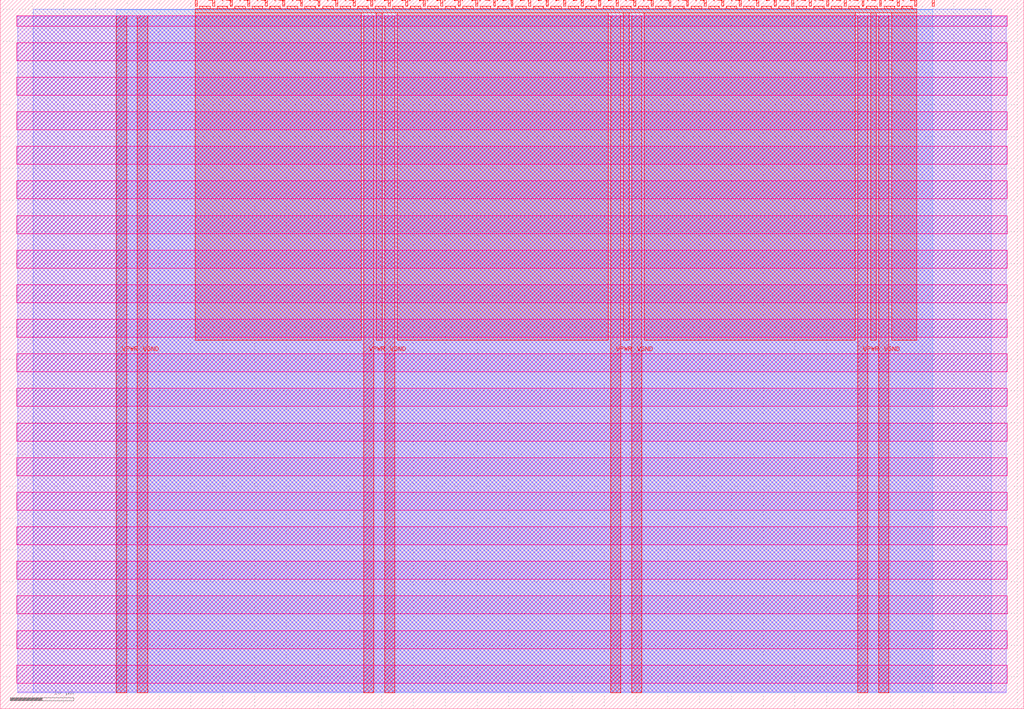
<source format=lef>
VERSION 5.7 ;
  NOWIREEXTENSIONATPIN ON ;
  DIVIDERCHAR "/" ;
  BUSBITCHARS "[]" ;
MACRO tt_um_cfib_demo
  CLASS BLOCK ;
  FOREIGN tt_um_cfib_demo ;
  ORIGIN 0.000 0.000 ;
  SIZE 161.000 BY 111.520 ;
  PIN VGND
    DIRECTION INOUT ;
    USE GROUND ;
    PORT
      LAYER met4 ;
        RECT 21.580 2.480 23.180 109.040 ;
    END
    PORT
      LAYER met4 ;
        RECT 60.450 2.480 62.050 109.040 ;
    END
    PORT
      LAYER met4 ;
        RECT 99.320 2.480 100.920 109.040 ;
    END
    PORT
      LAYER met4 ;
        RECT 138.190 2.480 139.790 109.040 ;
    END
  END VGND
  PIN VPWR
    DIRECTION INOUT ;
    USE POWER ;
    PORT
      LAYER met4 ;
        RECT 18.280 2.480 19.880 109.040 ;
    END
    PORT
      LAYER met4 ;
        RECT 57.150 2.480 58.750 109.040 ;
    END
    PORT
      LAYER met4 ;
        RECT 96.020 2.480 97.620 109.040 ;
    END
    PORT
      LAYER met4 ;
        RECT 134.890 2.480 136.490 109.040 ;
    END
  END VPWR
  PIN clk
    DIRECTION INPUT ;
    USE SIGNAL ;
    ANTENNAGATEAREA 0.852000 ;
    PORT
      LAYER met4 ;
        RECT 143.830 110.520 144.130 111.520 ;
    END
  END clk
  PIN ena
    DIRECTION INPUT ;
    USE SIGNAL ;
    PORT
      LAYER met4 ;
        RECT 146.590 110.520 146.890 111.520 ;
    END
  END ena
  PIN rst_n
    DIRECTION INPUT ;
    USE SIGNAL ;
    ANTENNAGATEAREA 0.126000 ;
    PORT
      LAYER met4 ;
        RECT 141.070 110.520 141.370 111.520 ;
    END
  END rst_n
  PIN ui_in[0]
    DIRECTION INPUT ;
    USE SIGNAL ;
    PORT
      LAYER met4 ;
        RECT 138.310 110.520 138.610 111.520 ;
    END
  END ui_in[0]
  PIN ui_in[1]
    DIRECTION INPUT ;
    USE SIGNAL ;
    PORT
      LAYER met4 ;
        RECT 135.550 110.520 135.850 111.520 ;
    END
  END ui_in[1]
  PIN ui_in[2]
    DIRECTION INPUT ;
    USE SIGNAL ;
    PORT
      LAYER met4 ;
        RECT 132.790 110.520 133.090 111.520 ;
    END
  END ui_in[2]
  PIN ui_in[3]
    DIRECTION INPUT ;
    USE SIGNAL ;
    PORT
      LAYER met4 ;
        RECT 130.030 110.520 130.330 111.520 ;
    END
  END ui_in[3]
  PIN ui_in[4]
    DIRECTION INPUT ;
    USE SIGNAL ;
    PORT
      LAYER met4 ;
        RECT 127.270 110.520 127.570 111.520 ;
    END
  END ui_in[4]
  PIN ui_in[5]
    DIRECTION INPUT ;
    USE SIGNAL ;
    PORT
      LAYER met4 ;
        RECT 124.510 110.520 124.810 111.520 ;
    END
  END ui_in[5]
  PIN ui_in[6]
    DIRECTION INPUT ;
    USE SIGNAL ;
    PORT
      LAYER met4 ;
        RECT 121.750 110.520 122.050 111.520 ;
    END
  END ui_in[6]
  PIN ui_in[7]
    DIRECTION INPUT ;
    USE SIGNAL ;
    PORT
      LAYER met4 ;
        RECT 118.990 110.520 119.290 111.520 ;
    END
  END ui_in[7]
  PIN uio_in[0]
    DIRECTION INPUT ;
    USE SIGNAL ;
    PORT
      LAYER met4 ;
        RECT 116.230 110.520 116.530 111.520 ;
    END
  END uio_in[0]
  PIN uio_in[1]
    DIRECTION INPUT ;
    USE SIGNAL ;
    PORT
      LAYER met4 ;
        RECT 113.470 110.520 113.770 111.520 ;
    END
  END uio_in[1]
  PIN uio_in[2]
    DIRECTION INPUT ;
    USE SIGNAL ;
    PORT
      LAYER met4 ;
        RECT 110.710 110.520 111.010 111.520 ;
    END
  END uio_in[2]
  PIN uio_in[3]
    DIRECTION INPUT ;
    USE SIGNAL ;
    PORT
      LAYER met4 ;
        RECT 107.950 110.520 108.250 111.520 ;
    END
  END uio_in[3]
  PIN uio_in[4]
    DIRECTION INPUT ;
    USE SIGNAL ;
    PORT
      LAYER met4 ;
        RECT 105.190 110.520 105.490 111.520 ;
    END
  END uio_in[4]
  PIN uio_in[5]
    DIRECTION INPUT ;
    USE SIGNAL ;
    PORT
      LAYER met4 ;
        RECT 102.430 110.520 102.730 111.520 ;
    END
  END uio_in[5]
  PIN uio_in[6]
    DIRECTION INPUT ;
    USE SIGNAL ;
    PORT
      LAYER met4 ;
        RECT 99.670 110.520 99.970 111.520 ;
    END
  END uio_in[6]
  PIN uio_in[7]
    DIRECTION INPUT ;
    USE SIGNAL ;
    PORT
      LAYER met4 ;
        RECT 96.910 110.520 97.210 111.520 ;
    END
  END uio_in[7]
  PIN uio_oe[0]
    DIRECTION OUTPUT ;
    USE SIGNAL ;
    ANTENNADIFFAREA 0.445500 ;
    PORT
      LAYER met4 ;
        RECT 49.990 110.520 50.290 111.520 ;
    END
  END uio_oe[0]
  PIN uio_oe[1]
    DIRECTION OUTPUT ;
    USE SIGNAL ;
    ANTENNADIFFAREA 0.445500 ;
    PORT
      LAYER met4 ;
        RECT 47.230 110.520 47.530 111.520 ;
    END
  END uio_oe[1]
  PIN uio_oe[2]
    DIRECTION OUTPUT ;
    USE SIGNAL ;
    ANTENNADIFFAREA 0.445500 ;
    PORT
      LAYER met4 ;
        RECT 44.470 110.520 44.770 111.520 ;
    END
  END uio_oe[2]
  PIN uio_oe[3]
    DIRECTION OUTPUT ;
    USE SIGNAL ;
    ANTENNADIFFAREA 0.445500 ;
    PORT
      LAYER met4 ;
        RECT 41.710 110.520 42.010 111.520 ;
    END
  END uio_oe[3]
  PIN uio_oe[4]
    DIRECTION OUTPUT ;
    USE SIGNAL ;
    ANTENNADIFFAREA 0.445500 ;
    PORT
      LAYER met4 ;
        RECT 38.950 110.520 39.250 111.520 ;
    END
  END uio_oe[4]
  PIN uio_oe[5]
    DIRECTION OUTPUT ;
    USE SIGNAL ;
    ANTENNADIFFAREA 0.445500 ;
    PORT
      LAYER met4 ;
        RECT 36.190 110.520 36.490 111.520 ;
    END
  END uio_oe[5]
  PIN uio_oe[6]
    DIRECTION OUTPUT ;
    USE SIGNAL ;
    ANTENNADIFFAREA 0.445500 ;
    PORT
      LAYER met4 ;
        RECT 33.430 110.520 33.730 111.520 ;
    END
  END uio_oe[6]
  PIN uio_oe[7]
    DIRECTION OUTPUT ;
    USE SIGNAL ;
    ANTENNADIFFAREA 0.445500 ;
    PORT
      LAYER met4 ;
        RECT 30.670 110.520 30.970 111.520 ;
    END
  END uio_oe[7]
  PIN uio_out[0]
    DIRECTION OUTPUT ;
    USE SIGNAL ;
    ANTENNADIFFAREA 0.445500 ;
    PORT
      LAYER met4 ;
        RECT 72.070 110.520 72.370 111.520 ;
    END
  END uio_out[0]
  PIN uio_out[1]
    DIRECTION OUTPUT ;
    USE SIGNAL ;
    ANTENNADIFFAREA 0.445500 ;
    PORT
      LAYER met4 ;
        RECT 69.310 110.520 69.610 111.520 ;
    END
  END uio_out[1]
  PIN uio_out[2]
    DIRECTION OUTPUT ;
    USE SIGNAL ;
    ANTENNADIFFAREA 0.445500 ;
    PORT
      LAYER met4 ;
        RECT 66.550 110.520 66.850 111.520 ;
    END
  END uio_out[2]
  PIN uio_out[3]
    DIRECTION OUTPUT ;
    USE SIGNAL ;
    ANTENNADIFFAREA 0.445500 ;
    PORT
      LAYER met4 ;
        RECT 63.790 110.520 64.090 111.520 ;
    END
  END uio_out[3]
  PIN uio_out[4]
    DIRECTION OUTPUT ;
    USE SIGNAL ;
    ANTENNADIFFAREA 0.445500 ;
    PORT
      LAYER met4 ;
        RECT 61.030 110.520 61.330 111.520 ;
    END
  END uio_out[4]
  PIN uio_out[5]
    DIRECTION OUTPUT ;
    USE SIGNAL ;
    ANTENNADIFFAREA 0.445500 ;
    PORT
      LAYER met4 ;
        RECT 58.270 110.520 58.570 111.520 ;
    END
  END uio_out[5]
  PIN uio_out[6]
    DIRECTION OUTPUT ;
    USE SIGNAL ;
    ANTENNADIFFAREA 0.445500 ;
    PORT
      LAYER met4 ;
        RECT 55.510 110.520 55.810 111.520 ;
    END
  END uio_out[6]
  PIN uio_out[7]
    DIRECTION OUTPUT ;
    USE SIGNAL ;
    ANTENNADIFFAREA 0.445500 ;
    PORT
      LAYER met4 ;
        RECT 52.750 110.520 53.050 111.520 ;
    END
  END uio_out[7]
  PIN uo_out[0]
    DIRECTION OUTPUT ;
    USE SIGNAL ;
    ANTENNADIFFAREA 0.643500 ;
    PORT
      LAYER met4 ;
        RECT 94.150 110.520 94.450 111.520 ;
    END
  END uo_out[0]
  PIN uo_out[1]
    DIRECTION OUTPUT ;
    USE SIGNAL ;
    ANTENNADIFFAREA 0.924000 ;
    PORT
      LAYER met4 ;
        RECT 91.390 110.520 91.690 111.520 ;
    END
  END uo_out[1]
  PIN uo_out[2]
    DIRECTION OUTPUT ;
    USE SIGNAL ;
    ANTENNADIFFAREA 0.643500 ;
    PORT
      LAYER met4 ;
        RECT 88.630 110.520 88.930 111.520 ;
    END
  END uo_out[2]
  PIN uo_out[3]
    DIRECTION OUTPUT ;
    USE SIGNAL ;
    ANTENNADIFFAREA 0.445500 ;
    PORT
      LAYER met4 ;
        RECT 85.870 110.520 86.170 111.520 ;
    END
  END uo_out[3]
  PIN uo_out[4]
    DIRECTION OUTPUT ;
    USE SIGNAL ;
    ANTENNADIFFAREA 0.445500 ;
    PORT
      LAYER met4 ;
        RECT 83.110 110.520 83.410 111.520 ;
    END
  END uo_out[4]
  PIN uo_out[5]
    DIRECTION OUTPUT ;
    USE SIGNAL ;
    ANTENNADIFFAREA 1.242000 ;
    PORT
      LAYER met4 ;
        RECT 80.350 110.520 80.650 111.520 ;
    END
  END uo_out[5]
  PIN uo_out[6]
    DIRECTION OUTPUT ;
    USE SIGNAL ;
    ANTENNADIFFAREA 0.445500 ;
    PORT
      LAYER met4 ;
        RECT 77.590 110.520 77.890 111.520 ;
    END
  END uo_out[6]
  PIN uo_out[7]
    DIRECTION OUTPUT ;
    USE SIGNAL ;
    ANTENNADIFFAREA 0.795200 ;
    PORT
      LAYER met4 ;
        RECT 74.830 110.520 75.130 111.520 ;
    END
  END uo_out[7]
  OBS
      LAYER nwell ;
        RECT 2.570 107.385 158.430 108.990 ;
        RECT 2.570 101.945 158.430 104.775 ;
        RECT 2.570 96.505 158.430 99.335 ;
        RECT 2.570 91.065 158.430 93.895 ;
        RECT 2.570 85.625 158.430 88.455 ;
        RECT 2.570 80.185 158.430 83.015 ;
        RECT 2.570 74.745 158.430 77.575 ;
        RECT 2.570 69.305 158.430 72.135 ;
        RECT 2.570 63.865 158.430 66.695 ;
        RECT 2.570 58.425 158.430 61.255 ;
        RECT 2.570 52.985 158.430 55.815 ;
        RECT 2.570 47.545 158.430 50.375 ;
        RECT 2.570 42.105 158.430 44.935 ;
        RECT 2.570 36.665 158.430 39.495 ;
        RECT 2.570 31.225 158.430 34.055 ;
        RECT 2.570 25.785 158.430 28.615 ;
        RECT 2.570 20.345 158.430 23.175 ;
        RECT 2.570 14.905 158.430 17.735 ;
        RECT 2.570 9.465 158.430 12.295 ;
        RECT 2.570 4.025 158.430 6.855 ;
      LAYER li1 ;
        RECT 2.760 2.635 158.240 108.885 ;
      LAYER met1 ;
        RECT 2.760 2.480 158.240 109.040 ;
      LAYER met2 ;
        RECT 5.160 2.535 155.840 110.005 ;
      LAYER met3 ;
        RECT 18.290 2.555 146.675 109.985 ;
      LAYER met4 ;
        RECT 31.370 110.120 33.030 110.520 ;
        RECT 34.130 110.120 35.790 110.520 ;
        RECT 36.890 110.120 38.550 110.520 ;
        RECT 39.650 110.120 41.310 110.520 ;
        RECT 42.410 110.120 44.070 110.520 ;
        RECT 45.170 110.120 46.830 110.520 ;
        RECT 47.930 110.120 49.590 110.520 ;
        RECT 50.690 110.120 52.350 110.520 ;
        RECT 53.450 110.120 55.110 110.520 ;
        RECT 56.210 110.120 57.870 110.520 ;
        RECT 58.970 110.120 60.630 110.520 ;
        RECT 61.730 110.120 63.390 110.520 ;
        RECT 64.490 110.120 66.150 110.520 ;
        RECT 67.250 110.120 68.910 110.520 ;
        RECT 70.010 110.120 71.670 110.520 ;
        RECT 72.770 110.120 74.430 110.520 ;
        RECT 75.530 110.120 77.190 110.520 ;
        RECT 78.290 110.120 79.950 110.520 ;
        RECT 81.050 110.120 82.710 110.520 ;
        RECT 83.810 110.120 85.470 110.520 ;
        RECT 86.570 110.120 88.230 110.520 ;
        RECT 89.330 110.120 90.990 110.520 ;
        RECT 92.090 110.120 93.750 110.520 ;
        RECT 94.850 110.120 96.510 110.520 ;
        RECT 97.610 110.120 99.270 110.520 ;
        RECT 100.370 110.120 102.030 110.520 ;
        RECT 103.130 110.120 104.790 110.520 ;
        RECT 105.890 110.120 107.550 110.520 ;
        RECT 108.650 110.120 110.310 110.520 ;
        RECT 111.410 110.120 113.070 110.520 ;
        RECT 114.170 110.120 115.830 110.520 ;
        RECT 116.930 110.120 118.590 110.520 ;
        RECT 119.690 110.120 121.350 110.520 ;
        RECT 122.450 110.120 124.110 110.520 ;
        RECT 125.210 110.120 126.870 110.520 ;
        RECT 127.970 110.120 129.630 110.520 ;
        RECT 130.730 110.120 132.390 110.520 ;
        RECT 133.490 110.120 135.150 110.520 ;
        RECT 136.250 110.120 137.910 110.520 ;
        RECT 139.010 110.120 140.670 110.520 ;
        RECT 141.770 110.120 143.430 110.520 ;
        RECT 30.655 109.440 144.145 110.120 ;
        RECT 30.655 57.975 56.750 109.440 ;
        RECT 59.150 57.975 60.050 109.440 ;
        RECT 62.450 57.975 95.620 109.440 ;
        RECT 98.020 57.975 98.920 109.440 ;
        RECT 101.320 57.975 134.490 109.440 ;
        RECT 136.890 57.975 137.790 109.440 ;
        RECT 140.190 57.975 144.145 109.440 ;
  END
END tt_um_cfib_demo
END LIBRARY


</source>
